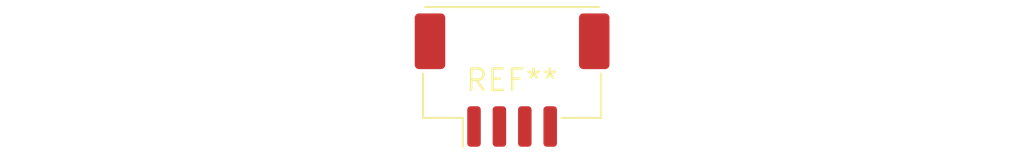
<source format=kicad_pcb>
(kicad_pcb (version 20240108) (generator pcbnew)
  (layers (0 "F.Cu" signal) (31 "B.Cu" signal) (34 "B.Paste" user) (35 "F.Paste" user) (36 "B.SilkS" user "B.Silkscreen") (37 "F.SilkS" user "F.Silkscreen") (38 "B.Mask" user) (39 "F.Mask" user) (44 "Edge.Cuts" user))
  (net 0 "")
  (footprint "Molex_CLIK-Mate_505405-0470_1x04-1MP_P1.50mm_Vertical" (layer "F.Cu") (at 0 0)
    (property "Reference" "REF**")
    (property "Value" "Molex_CLIK-Mate_505405-0470_1x04-1MP_P1.50mm_Vertical")
    (fp_line (start -5.26 -0.39) (end -5.26 2.24) (layer "F.SilkS") (stroke (width 0.12)))
    (fp_line (start -5.26 2.24) (end -2.91 2.24) (layer "F.SilkS") (stroke (width 0.12)))
    (fp_line (start -5.15 -4.33) (end 5.15 -4.33) (layer "F.SilkS") (stroke (width 0.12)))
    (fp_line (start -2.91 2.24) (end -2.91 3.95) (layer "F.SilkS") (stroke (width 0.12)))
    (fp_line (start 5.26 -0.39) (end 5.26 2.24) (layer "F.SilkS") (stroke (width 0.12)))
    (fp_line (start 5.26 2.24) (end 2.91 2.24) (layer "F.SilkS") (stroke (width 0.12)))
    (pad "1" smd roundrect (at -2.25 2.75) (size 0.8 2.4) (layers "F.Cu" "F.Paste" "F.Mask"))
    (pad "2" smd roundrect (at -0.75 2.75) (size 0.8 2.4) (layers "F.Cu" "F.Paste" "F.Mask"))
    (pad "3" smd roundrect (at 0.75 2.75) (size 0.8 2.4) (layers "F.Cu" "F.Paste" "F.Mask"))
    (pad "4" smd roundrect (at 2.25 2.75) (size 0.8 2.4) (layers "F.Cu" "F.Paste" "F.Mask"))
    (pad "MP" smd roundrect (at -4.85 -2.3) (size 1.8 3.3) (layers "F.Cu" "F.Paste" "F.Mask") (roundrect_rratio 0.138889))
    (pad "MP" smd roundrect (at 4.85 -2.3) (size 1.8 3.3) (layers "F.Cu" "F.Paste" "F.Mask") (roundrect_rratio 0.138889))
  )
)
</source>
